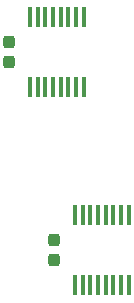
<source format=gbr>
%TF.GenerationSoftware,KiCad,Pcbnew,8.0.4+dfsg-1*%
%TF.CreationDate,2025-02-23T15:34:39+09:00*%
%TF.ProjectId,mezzanine,6d657a7a-616e-4696-9e65-2e6b69636164,1*%
%TF.SameCoordinates,Original*%
%TF.FileFunction,Paste,Bot*%
%TF.FilePolarity,Positive*%
%FSLAX46Y46*%
G04 Gerber Fmt 4.6, Leading zero omitted, Abs format (unit mm)*
G04 Created by KiCad (PCBNEW 8.0.4+dfsg-1) date 2025-02-23 15:34:39*
%MOMM*%
%LPD*%
G01*
G04 APERTURE LIST*
G04 Aperture macros list*
%AMRoundRect*
0 Rectangle with rounded corners*
0 $1 Rounding radius*
0 $2 $3 $4 $5 $6 $7 $8 $9 X,Y pos of 4 corners*
0 Add a 4 corners polygon primitive as box body*
4,1,4,$2,$3,$4,$5,$6,$7,$8,$9,$2,$3,0*
0 Add four circle primitives for the rounded corners*
1,1,$1+$1,$2,$3*
1,1,$1+$1,$4,$5*
1,1,$1+$1,$6,$7*
1,1,$1+$1,$8,$9*
0 Add four rect primitives between the rounded corners*
20,1,$1+$1,$2,$3,$4,$5,0*
20,1,$1+$1,$4,$5,$6,$7,0*
20,1,$1+$1,$6,$7,$8,$9,0*
20,1,$1+$1,$8,$9,$2,$3,0*%
G04 Aperture macros list end*
%ADD10R,0.355600X1.778000*%
%ADD11RoundRect,0.237500X0.237500X-0.300000X0.237500X0.300000X-0.237500X0.300000X-0.237500X-0.300000X0*%
G04 APERTURE END LIST*
D10*
%TO.C,U4*%
X91959001Y-66878200D03*
X92608999Y-66878200D03*
X93259001Y-66878200D03*
X93908999Y-66878200D03*
X94558998Y-66878200D03*
X95208999Y-66878200D03*
X95858998Y-66878200D03*
X96508999Y-66878200D03*
X96508999Y-72821800D03*
X95859001Y-72821800D03*
X95208999Y-72821800D03*
X94559001Y-72821800D03*
X93909002Y-72821800D03*
X93259001Y-72821800D03*
X92609002Y-72821800D03*
X91959001Y-72821800D03*
%TD*%
%TO.C,U3*%
X88149001Y-50114200D03*
X88798999Y-50114200D03*
X89449001Y-50114200D03*
X90098999Y-50114200D03*
X90748998Y-50114200D03*
X91398999Y-50114200D03*
X92048998Y-50114200D03*
X92698999Y-50114200D03*
X92698999Y-56057800D03*
X92049001Y-56057800D03*
X91398999Y-56057800D03*
X90749001Y-56057800D03*
X90099002Y-56057800D03*
X89449001Y-56057800D03*
X88799002Y-56057800D03*
X88149001Y-56057800D03*
%TD*%
D11*
%TO.C,C4*%
X90170000Y-70712500D03*
X90170000Y-68987500D03*
%TD*%
%TO.C,C3*%
X86360000Y-53948500D03*
X86360000Y-52223500D03*
%TD*%
M02*

</source>
